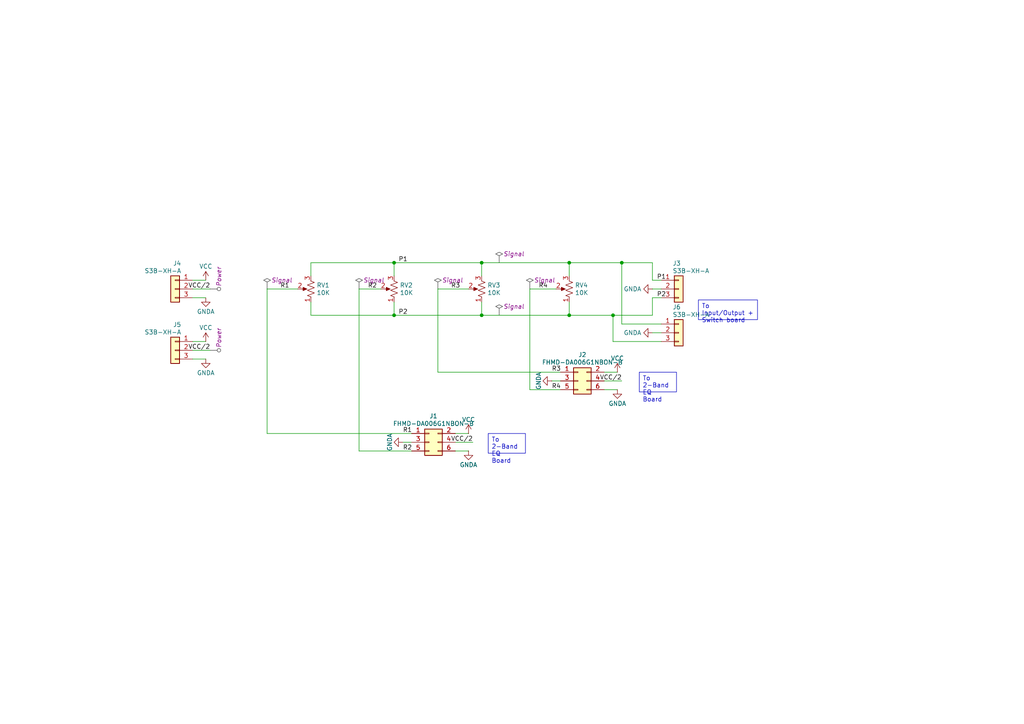
<source format=kicad_sch>
(kicad_sch (version 20231120) (generator "eeschema") (generator_version "8.0")
  (paper "A4")
  (title_block (title "Row-of-4-POTs") (date "2024-11-23") (rev "1.0"))
  (lib_symbols
    (symbol "Connector_Generic:Conn_01x03" (pin_names (offset 1.016) hide)
      (property "Reference" "J" (at 0 5.08 0))
      (property "Value" "Conn_01x03" (at 0 -5.08 0))
      (symbol "Conn_01x03_1_1"
        (rectangle (start -1.27 -2.413) (end 0 -2.667) (stroke (width 0.1524)))
        (rectangle (start -1.27 0.127) (end 0 -0.127) (stroke (width 0.1524)))
        (rectangle (start -1.27 2.667) (end 0 2.413) (stroke (width 0.1524)))
        (rectangle (start -1.27 3.81) (end 1.27 -3.81) (stroke (width 0.254)) (fill (type background)))
        (pin passive line (at -5.08 2.54 0) (length 3.81) (name "Pin_1") (number "1"))
        (pin passive line (at -5.08 0 0) (length 3.81) (name "Pin_2") (number "2"))
        (pin passive line (at -5.08 -2.54 0) (length 3.81) (name "Pin_3") (number "3"))
      )
    )
    (symbol "Connector_Generic:Conn_02x03_Odd_Even" (pin_names (offset 1.016) hide)
      (property "Reference" "J" (at 1.27 5.08 0))
      (property "Value" "Conn_02x03_Odd_Even" (at 1.27 -5.08 0))
      (symbol "Conn_02x03_Odd_Even_1_1"
        (rectangle (start -1.27 -2.413) (end 0 -2.667) (stroke (width 0.1524)))
        (rectangle (start -1.27 0.127) (end 0 -0.127) (stroke (width 0.1524)))
        (rectangle (start -1.27 2.667) (end 0 2.413) (stroke (width 0.1524)))
        (rectangle (start -1.27 3.81) (end 3.81 -3.81) (stroke (width 0.254)) (fill (type background)))
        (rectangle (start 3.81 -2.413) (end 2.54 -2.667) (stroke (width 0.1524)))
        (rectangle (start 3.81 0.127) (end 2.54 -0.127) (stroke (width 0.1524)))
        (rectangle (start 3.81 2.667) (end 2.54 2.413) (stroke (width 0.1524)))
        (pin passive line (at -5.08 2.54 0) (length 3.81) (name "Pin_1") (number "1"))
        (pin passive line (at 7.62 2.54 180) (length 3.81) (name "Pin_2") (number "2"))
        (pin passive line (at -5.08 0 0) (length 3.81) (name "Pin_3") (number "3"))
        (pin passive line (at 7.62 0 180) (length 3.81) (name "Pin_4") (number "4"))
        (pin passive line (at -5.08 -2.54 0) (length 3.81) (name "Pin_5") (number "5"))
        (pin passive line (at 7.62 -2.54 180) (length 3.81) (name "Pin_6") (number "6"))
      )
    )
    (symbol "Device:R_Potentiometer_US" (pin_names (offset 1.016) hide)
      (property "Reference" "RV" (at -4.445 0 90))
      (property "Value" "R_Potentiometer_US" (at -2.54 0 90))
      (symbol "R_Potentiometer_US_0_1"
        (polyline (pts (xy 0 -2.286) (xy 0 -2.54)))
        (polyline (pts (xy 0 2.54) (xy 0 2.286)))
        (polyline (pts (xy 2.54 0) (xy 1.524 0)))
        (polyline (pts (xy 1.143 0) (xy 2.286 0.508) (xy 2.286 -0.508) (xy 1.143 0)) (fill (type outline)))
        (polyline (pts (xy 0 -0.762) (xy 1.016 -1.143) (xy 0 -1.524) (xy -1.016 -1.905) (xy 0 -2.286)))
        (polyline (pts (xy 0 0.762) (xy 1.016 0.381) (xy 0 0) (xy -1.016 -0.381) (xy 0 -0.762)))
        (polyline (pts (xy 0 2.286) (xy 1.016 1.905) (xy 0 1.524) (xy -1.016 1.143) (xy 0 0.762)))
      )
      (symbol "R_Potentiometer_US_1_1"
        (pin passive line (at 0 3.81 270) (length 1.27) (name "1") (number "1"))
        (pin passive line (at 3.81 0 180) (length 1.27) (name "2") (number "2"))
        (pin passive line (at 0 -3.81 90) (length 1.27) (name "3") (number "3"))
      )
    )
    (symbol "power:GNDA" (power) (pin_numbers hide) (pin_names (offset 0) hide)
      (property "Value" "GNDA" (at 0 -3.81 0))
      (symbol "GNDA_0_1"
        (polyline (pts (xy 0 0) (xy 0 -1.27) (xy 1.27 -1.27) (xy 0 -2.54) (xy -1.27 -1.27) (xy 0 -1.27)))
      )
      (symbol "GNDA_1_1"
        (pin power_in line (at 0 0 270) (length 0) (name "~") (number "1"))
      )
    )
    (symbol "power:VCC" (power) (pin_numbers hide) (pin_names (offset 0) hide)
      (property "Value" "VCC" (at 0 3.556 0))
      (symbol "VCC_0_1"
        (polyline (pts (xy -0.762 1.27) (xy 0 2.54)))
        (polyline (pts (xy 0 0) (xy 0 2.54)))
        (polyline (pts (xy 0 2.54) (xy 0.762 1.27)))
      )
      (symbol "VCC_1_1"
        (pin power_in line (at 0 0 90) (length 0) (name "~") (number "1"))
      )
    )
  )
  (junction (at 177.8 91.44))
  (junction (at 114.3 76.2))
  (junction (at 165.1 76.2))
  (junction (at 114.3 91.44))
  (junction (at 165.1 91.44))
  (junction (at 139.7 76.2))
  (junction (at 180.34 76.2))
  (junction (at 139.7 91.44))
  (wire (pts (xy 90.17 91.44) (xy 114.3 91.44)))
  (wire (pts (xy 153.67 113.03) (xy 153.67 83.82)))
  (wire (pts (xy 104.14 83.82) (xy 110.49 83.82)))
  (wire (pts (xy 191.77 99.06) (xy 177.8 99.06)))
  (wire (pts (xy 119.38 130.81) (xy 104.14 130.81)))
  (wire (pts (xy 189.23 83.82) (xy 191.77 83.82)))
  (wire (pts (xy 189.23 81.28) (xy 191.77 81.28)))
  (wire (pts (xy 77.47 125.73) (xy 77.47 83.82)))
  (wire (pts (xy 180.34 110.49) (xy 175.26 110.49)))
  (wire (pts (xy 165.1 80.01) (xy 165.1 76.2)))
  (wire (pts (xy 59.69 86.36) (xy 55.88 86.36)))
  (wire (pts (xy 86.36 83.82) (xy 77.47 83.82)))
  (wire (pts (xy 162.56 107.95) (xy 127 107.95)))
  (wire (pts (xy 114.3 80.01) (xy 114.3 76.2)))
  (wire (pts (xy 191.77 93.98) (xy 180.34 93.98)))
  (wire (pts (xy 180.34 76.2) (xy 189.23 76.2)))
  (wire (pts (xy 165.1 76.2) (xy 180.34 76.2)))
  (wire (pts (xy 189.23 91.44) (xy 177.8 91.44)))
  (wire (pts (xy 189.23 86.36) (xy 191.77 86.36)))
  (wire (pts (xy 165.1 87.63) (xy 165.1 91.44)))
  (wire (pts (xy 180.34 93.98) (xy 180.34 76.2)))
  (wire (pts (xy 139.7 76.2) (xy 165.1 76.2)))
  (wire (pts (xy 189.23 96.52) (xy 191.77 96.52)))
  (wire (pts (xy 137.16 128.27) (xy 132.08 128.27)))
  (wire (pts (xy 90.17 76.2) (xy 114.3 76.2)))
  (wire (pts (xy 60.96 101.6) (xy 55.88 101.6)))
  (wire (pts (xy 179.07 107.95) (xy 175.26 107.95)))
  (wire (pts (xy 114.3 76.2) (xy 139.7 76.2)))
  (wire (pts (xy 114.3 91.44) (xy 139.7 91.44)))
  (wire (pts (xy 116.84 128.27) (xy 119.38 128.27)))
  (wire (pts (xy 162.56 113.03) (xy 153.67 113.03)))
  (wire (pts (xy 90.17 87.63) (xy 90.17 91.44)))
  (wire (pts (xy 60.96 83.82) (xy 55.88 83.82)))
  (wire (pts (xy 139.7 80.01) (xy 139.7 76.2)))
  (wire (pts (xy 189.23 76.2) (xy 189.23 81.28)))
  (wire (pts (xy 160.02 110.49) (xy 162.56 110.49)))
  (wire (pts (xy 59.69 81.28) (xy 55.88 81.28)))
  (wire (pts (xy 127 83.82) (xy 135.89 83.82)))
  (wire (pts (xy 90.17 80.01) (xy 90.17 76.2)))
  (wire (pts (xy 179.07 113.03) (xy 175.26 113.03)))
  (wire (pts (xy 104.14 130.81) (xy 104.14 83.82)))
  (wire (pts (xy 177.8 91.44) (xy 165.1 91.44)))
  (wire (pts (xy 127 107.95) (xy 127 83.82)))
  (wire (pts (xy 139.7 87.63) (xy 139.7 91.44)))
  (wire (pts (xy 139.7 91.44) (xy 165.1 91.44)))
  (wire (pts (xy 189.23 86.36) (xy 189.23 91.44)))
  (wire (pts (xy 153.67 83.82) (xy 161.29 83.82)))
  (wire (pts (xy 135.89 125.73) (xy 132.08 125.73)))
  (wire (pts (xy 114.3 87.63) (xy 114.3 91.44)))
  (wire (pts (xy 59.69 104.14) (xy 55.88 104.14)))
  (wire (pts (xy 177.8 99.06) (xy 177.8 91.44)))
  (wire (pts (xy 135.89 130.81) (xy 132.08 130.81)))
  (wire (pts (xy 59.69 99.06) (xy 55.88 99.06)))
  (wire (pts (xy 77.47 125.73) (xy 119.38 125.73)))
  (text_box "To 2-Band EQ Board" (at 141.605 125.73 0) (size 10.795 5.715) (effects (font (size 1.27 1.27)) (justify left top)))
  (text_box "To 2-Band EQ Board" (at 185.42 107.95 0) (size 10.795 5.715) (effects (font (size 1.27 1.27)) (justify left top)))
  (text_box "To Input/Output + Switch board" (at 202.565 86.995 0) (size 17.145 5.715) (effects (font (size 1.27 1.27)) (justify left top)))
  (label "VCC{slash}2" (at 60.96 83.82 180))
  (label "VCC{slash}2" (at 137.16 128.27 180))
  (label "R4" (at 160.02 113.03 0))
  (label "R3" (at 130.81 83.82 0))
  (label "VCC{slash}2" (at 60.96 101.6 180))
  (label "R2" (at 106.68 83.82 0))
  (label "P2" (at 190.5 86.36 0))
  (label "R4" (at 156.21 83.82 0))
  (label "P2" (at 115.57 91.44 0))
  (label "P1" (at 115.57 76.2 0))
  (label "R1" (at 116.84 125.73 0))
  (label "R1" (at 81.28 83.82 0))
  (label "P1" (at 190.5 81.28 0))
  (label "VCC{slash}2" (at 180.34 110.49 180))
  (label "R2" (at 116.84 130.81 0))
  (label "R3" (at 160.02 107.95 0))
  (netclass_flag "" (length 2.54) (shape diamond) (at 153.67 83.82 0) (property "Netclass" "Signal" (at 154.8765 81.28 0) (effects (font (italic yes)) (justify left))))
  (netclass_flag "" (length 2.54) (shape diamond) (at 144.78 76.2 0) (property "Netclass" "Signal" (at 145.9865 73.66 0) (effects (font (italic yes)) (justify left))))
  (netclass_flag "" (length 2.54) (shape round) (at 60.96 83.82 270) (property "Netclass" "Power" (at 63.5 83.1215 90) (effects (font (italic yes)) (justify left))))
  (netclass_flag "" (length 2.54) (shape diamond) (at 144.78 91.44 0) (property "Netclass" "Signal" (at 145.9865 88.9 0) (effects (font (italic yes)) (justify left))))
  (netclass_flag "" (length 2.54) (shape diamond) (at 77.47 83.82 0) (property "Netclass" "Signal" (at 78.6765 81.28 0) (effects (font (italic yes)) (justify left))))
  (netclass_flag "" (length 2.54) (shape round) (at 60.96 101.6 270) (property "Netclass" "Power" (at 63.5 100.9015 90) (effects (font (italic yes)) (justify left))))
  (netclass_flag "" (length 2.54) (shape diamond) (at 127 83.82 0) (property "Netclass" "Signal" (at 128.2065 81.28 0) (effects (font (italic yes)) (justify left))))
  (netclass_flag "" (length 2.54) (shape diamond) (at 104.14 83.82 0) (property "Netclass" "Signal" (at 105.3465 81.28 0) (effects (font (italic yes)) (justify left))))
  (symbol (lib_id "power:GNDA") (at 59.69 104.14 0) (mirror y) (unit 1)
    (property "Reference" "#PWR011" (effects (hide yes)))
    (property "Value" "GNDA" (at 59.69 108.1547 0))
    (property "Description" "Power symbol creates a global label with name \"GNDA\" , analog ground" (effects (hide yes)))
  )
  (symbol (lib_id "Connector_Generic:Conn_01x03") (at 196.85 83.82 0) (unit 1)
    (property "Reference" "J3" (at 195.072 76.3762 0) (effects (justify left)))
    (property "Value" "S3B-XH-A" (at 195.072 78.5637 0) (effects (justify left)))
    (property "Footprint" "Connector_JST:JST_XH_S3B-XH-A_1x03_P2.50mm_Horizontal" (effects (hide yes)))
    (property "Datasheet" "455-S3B-XH-A-ND" (effects (hide yes)))
    (property "Description" "Generic connector, single row, 01x03, script generated (kicad-library-utils/schlib/autogen/connector/)" (effects (hide yes)))
  )
  (symbol (lib_id "power:VCC") (at 59.69 81.28 0) (mirror y) (unit 1)
    (property "Reference" "#PWR06" (effects (hide yes)))
    (property "Value" "VCC" (at 59.69 77.2653 0))
    (property "Description" "Power symbol creates a global label with name \"VCC\"" (effects (hide yes)))
  )
  (symbol (lib_id "power:GNDA") (at 160.02 110.49 270) (mirror x) (unit 1)
    (property "Reference" "#PWR04" (effects (hide yes)))
    (property "Value" "GNDA" (at 156.21 110.49 0))
    (property "Description" "Power symbol creates a global label with name \"GNDA\" , analog ground" (effects (hide yes)))
  )
  (symbol (lib_id "Device:R_Potentiometer_US") (at 165.1 83.82 180) (unit 1)
    (property "Reference" "RV4" (at 166.751 82.7262 0) (effects (justify right)))
    (property "Value" "10K" (at 166.751 84.9137 0) (effects (justify right)))
    (property "Footprint" "Project_Library:Potentiometer_Alpha_RD901F-40-00D_Single_Vertical_CircularHoles" (effects (hide yes)))
    (property "Datasheet" "https://www.taydaelectronics.com/potentiometer-variable-resistors/rotary-potentiometer/linear/10k-ohm-linear-taper-potentiometer-knurled-plastic-round-shaft-pcb-9mm.html" (effects (hide yes)))
    (property "Description" "Potentiometer, US symbol" (effects (hide yes)))
    (property "Alt1" "https://www.taydaelectronics.com/datasheets/files/A-4728-1.pdf" (effects (hide yes)))
    (property "Alt2" "https://www.taydaelectronics.com/potentiometer-variable-resistors/rotary-potentiometer/linear/tayda-10k-ohm-linear-taper-potentiometer-spline-shaft-pcb-mount-9mm.html" (effects (hide yes)))
  )
  (symbol (lib_id "power:GNDA") (at 189.23 96.52 270) (mirror x) (unit 1)
    (property "Reference" "#PWR012" (effects (hide yes)))
    (property "Value" "GNDA" (at 186.055 96.52 90) (effects (justify right)))
    (property "Description" "Power symbol creates a global label with name \"GNDA\" , analog ground" (effects (hide yes)))
  )
  (symbol (lib_id "Connector_Generic:Conn_01x03") (at 50.8 101.6 0) (mirror y) (unit 1)
    (property "Reference" "J5" (at 52.578 94.1562 0) (effects (justify left)))
    (property "Value" "S3B-XH-A" (at 52.578 96.3437 0) (effects (justify left)))
    (property "Footprint" "Connector_JST:JST_XH_S3B-XH-A_1x03_P2.50mm_Horizontal" (effects (hide yes)))
    (property "Datasheet" "455-S3B-XH-A-ND" (effects (hide yes)))
    (property "Description" "Generic connector, single row, 01x03, script generated (kicad-library-utils/schlib/autogen/connector/)" (effects (hide yes)))
  )
  (symbol (lib_id "Connector_Generic:Conn_02x03_Odd_Even") (at 167.64 110.49 0) (unit 1)
    (property "Reference" "J2" (at 168.91 102.8907 0))
    (property "Value" "FHMD-DA006G1NBON-B" (at 168.91 105.0782 0))
    (property "Footprint" "Connector_PinSocket_2.54mm:PinSocket_2x03_P2.54mm_Vertical" (effects (hide yes)))
    (property "Datasheet" "4324-FHMD-DA006G1NBON-B-ND" (effects (hide yes)))
    (property "Description" "Generic connector, double row, 02x03, odd/even pin numbering scheme (row 1 odd numbers, row 2 even numbers), script generated (kicad-library-utils/schlib/autogen/connector/)" (effects (hide yes)))
  )
  (symbol (lib_id "power:GNDA") (at 135.89 130.81 0) (mirror y) (unit 1)
    (property "Reference" "#PWR08" (effects (hide yes)))
    (property "Value" "GNDA" (at 135.89 134.8247 0))
    (property "Description" "Power symbol creates a global label with name \"GNDA\" , analog ground" (effects (hide yes)))
  )
  (symbol (lib_id "Device:R_Potentiometer_US") (at 114.3 83.82 180) (unit 1)
    (property "Reference" "RV2" (at 115.951 82.7262 0) (effects (justify right)))
    (property "Value" "10K" (at 115.951 84.9137 0) (effects (justify right)))
    (property "Footprint" "Project_Library:Potentiometer_Alpha_RD901F-40-00D_Single_Vertical_CircularHoles" (effects (hide yes)))
    (property "Datasheet" "https://www.taydaelectronics.com/potentiometer-variable-resistors/rotary-potentiometer/linear/10k-ohm-linear-taper-potentiometer-knurled-plastic-round-shaft-pcb-9mm.html" (effects (hide yes)))
    (property "Description" "Potentiometer, US symbol" (effects (hide yes)))
    (property "Alt1" "https://www.taydaelectronics.com/datasheets/files/A-4728-1.pdf" (effects (hide yes)))
    (property "Alt2" "https://www.taydaelectronics.com/potentiometer-variable-resistors/rotary-potentiometer/linear/tayda-10k-ohm-linear-taper-potentiometer-spline-shaft-pcb-mount-9mm.html" (effects (hide yes)))
  )
  (symbol (lib_id "power:VCC") (at 135.89 125.73 0) (mirror y) (unit 1)
    (property "Reference" "#PWR03" (effects (hide yes)))
    (property "Value" "VCC" (at 135.89 121.7153 0))
    (property "Description" "Power symbol creates a global label with name \"VCC\"" (effects (hide yes)))
  )
  (symbol (lib_id "Device:R_Potentiometer_US") (at 139.7 83.82 180) (unit 1)
    (property "Reference" "RV3" (at 141.351 82.7262 0) (effects (justify right)))
    (property "Value" "10K" (at 141.351 84.9137 0) (effects (justify right)))
    (property "Footprint" "Project_Library:Potentiometer_Alpha_RD901F-40-00D_Single_Vertical_CircularHoles" (effects (hide yes)))
    (property "Datasheet" "https://www.taydaelectronics.com/potentiometer-variable-resistors/rotary-potentiometer/linear/10k-ohm-linear-taper-potentiometer-knurled-plastic-round-shaft-pcb-9mm.html" (effects (hide yes)))
    (property "Description" "Potentiometer, US symbol" (effects (hide yes)))
    (property "Alt1" "https://www.taydaelectronics.com/datasheets/files/A-4728-1.pdf" (effects (hide yes)))
    (property "Alt2" "https://www.taydaelectronics.com/potentiometer-variable-resistors/rotary-potentiometer/linear/tayda-10k-ohm-linear-taper-potentiometer-spline-shaft-pcb-mount-9mm.html" (effects (hide yes)))
  )
  (symbol (lib_id "Connector_Generic:Conn_01x03") (at 50.8 83.82 0) (mirror y) (unit 1)
    (property "Reference" "J4" (at 52.578 76.3762 0) (effects (justify left)))
    (property "Value" "S3B-XH-A" (at 52.578 78.5637 0) (effects (justify left)))
    (property "Footprint" "Connector_JST:JST_XH_S3B-XH-A_1x03_P2.50mm_Horizontal" (effects (hide yes)))
    (property "Datasheet" "455-S3B-XH-A-ND" (effects (hide yes)))
    (property "Description" "Generic connector, single row, 01x03, script generated (kicad-library-utils/schlib/autogen/connector/)" (effects (hide yes)))
  )
  (symbol (lib_id "power:GNDA") (at 179.07 113.03 0) (mirror y) (unit 1)
    (property "Reference" "#PWR09" (effects (hide yes)))
    (property "Value" "GNDA" (at 179.07 117.0447 0))
    (property "Description" "Power symbol creates a global label with name \"GNDA\" , analog ground" (effects (hide yes)))
  )
  (symbol (lib_id "power:GNDA") (at 189.23 83.82 270) (mirror x) (unit 1)
    (property "Reference" "#PWR05" (effects (hide yes)))
    (property "Value" "GNDA" (at 186.055 83.82 90) (effects (justify right)))
    (property "Description" "Power symbol creates a global label with name \"GNDA\" , analog ground" (effects (hide yes)))
  )
  (symbol (lib_id "power:VCC") (at 179.07 107.95 0) (mirror y) (unit 1)
    (property "Reference" "#PWR02" (effects (hide yes)))
    (property "Value" "VCC" (at 179.07 103.9353 0))
    (property "Description" "Power symbol creates a global label with name \"VCC\"" (effects (hide yes)))
  )
  (symbol (lib_id "Device:R_Potentiometer_US") (at 90.17 83.82 180) (unit 1)
    (property "Reference" "RV1" (at 91.821 82.7262 0) (effects (justify right)))
    (property "Value" "10K" (at 91.821 84.9137 0) (effects (justify right)))
    (property "Footprint" "Project_Library:Potentiometer_Alpha_RD901F-40-00D_Single_Vertical_CircularHoles" (effects (hide yes)))
    (property "Datasheet" "https://www.taydaelectronics.com/potentiometer-variable-resistors/rotary-potentiometer/linear/10k-ohm-linear-taper-potentiometer-knurled-plastic-round-shaft-pcb-9mm.html" (effects (hide yes)))
    (property "Description" "RD901F-40-15K-B10K" (effects (hide yes)))
    (property "Alt1" "https://www.taydaelectronics.com/datasheets/files/A-4728-1.pdf" (effects (hide yes)))
    (property "Alt2" "https://www.taydaelectronics.com/potentiometer-variable-resistors/rotary-potentiometer/linear/tayda-10k-ohm-linear-taper-potentiometer-spline-shaft-pcb-mount-9mm.html" (effects (hide yes)))
  )
  (symbol (lib_id "power:VCC") (at 59.69 99.06 0) (mirror y) (unit 1)
    (property "Reference" "#PWR010" (effects (hide yes)))
    (property "Value" "VCC" (at 59.69 95.0453 0))
    (property "Description" "Power symbol creates a global label with name \"VCC\"" (effects (hide yes)))
  )
  (symbol (lib_id "power:GNDA") (at 59.69 86.36 0) (mirror y) (unit 1)
    (property "Reference" "#PWR07" (effects (hide yes)))
    (property "Value" "GNDA" (at 59.69 90.3747 0))
    (property "Description" "Power symbol creates a global label with name \"GNDA\" , analog ground" (effects (hide yes)))
  )
  (symbol (lib_id "Connector_Generic:Conn_01x03") (at 196.85 96.52 0) (unit 1)
    (property "Reference" "J6" (at 195.072 89.0762 0) (effects (justify left)))
    (property "Value" "S3B-XH-A" (at 195.072 91.2637 0) (effects (justify left)))
    (property "Footprint" "Connector_JST:JST_XH_S3B-XH-A_1x03_P2.50mm_Horizontal" (effects (hide yes)))
    (property "Datasheet" "455-S3B-XH-A-ND" (effects (hide yes)))
    (property "Description" "Generic connector, single row, 01x03, script generated (kicad-library-utils/schlib/autogen/connector/)" (effects (hide yes)))
  )
  (symbol (lib_id "power:GNDA") (at 116.84 128.27 270) (mirror x) (unit 1)
    (property "Reference" "#PWR01" (effects (hide yes)))
    (property "Value" "GNDA" (at 113.03 128.27 0))
    (property "Description" "Power symbol creates a global label with name \"GNDA\" , analog ground" (effects (hide yes)))
  )
  (symbol (lib_id "Connector_Generic:Conn_02x03_Odd_Even") (at 124.46 128.27 0) (unit 1)
    (property "Reference" "J1" (at 125.73 120.6707 0))
    (property "Value" "FHMD-DA006G1NBON-B" (at 125.73 122.8582 0))
    (property "Footprint" "Connector_PinSocket_2.54mm:PinSocket_2x03_P2.54mm_Vertical" (effects (hide yes)))
    (property "Datasheet" "4324-FHMD-DA006G1NBON-B-ND" (effects (hide yes)))
    (property "Description" "Generic connector, double row, 02x03, odd/even pin numbering scheme (row 1 odd numbers, row 2 even numbers), script generated (kicad-library-utils/schlib/autogen/connector/)" (effects (hide yes)))
  )
)
</source>
